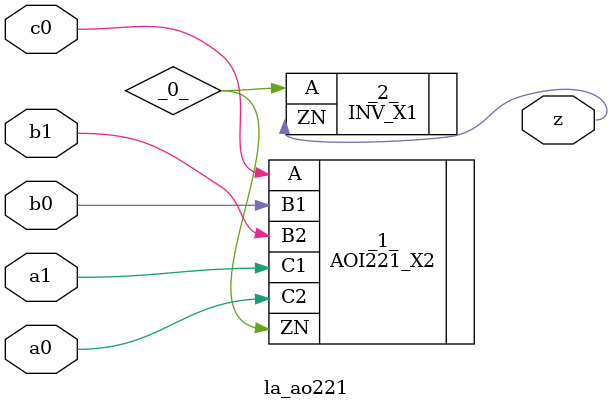
<source format=v>
/* Generated by Yosys 0.37 (git sha1 a5c7f69ed, clang 14.0.0-1ubuntu1.1 -fPIC -Os) */

module la_ao221(a0, a1, b0, b1, c0, z);
  wire _0_;
  input a0;
  wire a0;
  input a1;
  wire a1;
  input b0;
  wire b0;
  input b1;
  wire b1;
  input c0;
  wire c0;
  output z;
  wire z;
  AOI221_X2 _1_ (
    .A(c0),
    .B1(b0),
    .B2(b1),
    .C1(a1),
    .C2(a0),
    .ZN(_0_)
  );
  INV_X1 _2_ (
    .A(_0_),
    .ZN(z)
  );
endmodule

</source>
